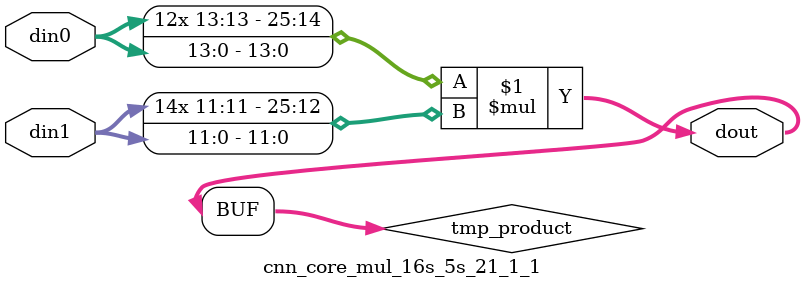
<source format=v>

`timescale 1 ns / 1 ps

  module cnn_core_mul_16s_5s_21_1_1(din0, din1, dout);
parameter ID = 1;
parameter NUM_STAGE = 0;
parameter din0_WIDTH = 14;
parameter din1_WIDTH = 12;
parameter dout_WIDTH = 26;

input [din0_WIDTH - 1 : 0] din0; 
input [din1_WIDTH - 1 : 0] din1; 
output [dout_WIDTH - 1 : 0] dout;

wire signed [dout_WIDTH - 1 : 0] tmp_product;













assign tmp_product = $signed(din0) * $signed(din1);








assign dout = tmp_product;







endmodule

</source>
